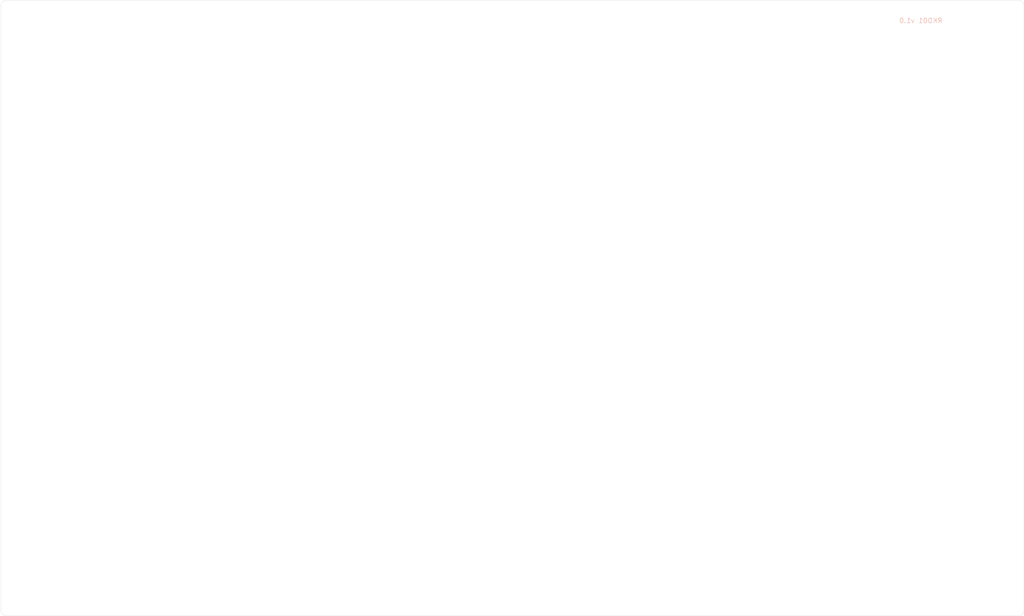
<source format=kicad_pcb>
(kicad_pcb (version 20240108) (generator "pcbnew") (generator_version "8.0")
  (layers (0 "F.Cu" signal) (31 "B.Cu" signal) (34 "B.Paste" user) (35 "F.Paste" user) (36 "B.SilkS" user "B.Silkscreen") (37 "F.SilkS" user "F.Silkscreen") (38 "B.Mask" user) (39 "F.Mask" user) (44 "Edge.Cuts" user))
  (net 0 "")
  (footprint "kbd_Hole:m2_Screw_Hole" (layer "F.Cu") (at 223.8375 23.8125)
    (property "Reference" "M2")
    (property "Value" "Mark")
    (pad "" np_thru_hole circle (at 0 0) (size 2.2 2.2) (drill 2.2) (layers "*.Cu" "*.Mask"))
  )
  (footprint "Rikkodo_FootPrint:rkd_Point_Hall" (layer "F.Cu") (at 30.95625 101.203125)
    (property "Reference" "Point1" (hide yes))
    (property "Value" "PointHall" (hide yes))
    (pad "" np_thru_hole circle (at -7.25 -12) (size 2.2 2.2) (drill 2.2) (layers "*.Cu" "*.Mask"))
    (pad "" np_thru_hole circle (at -7.25 12) (size 2.2 2.2) (drill 2.2) (layers "*.Cu" "*.Mask"))
    (pad "" np_thru_hole circle (at 7.25 -12) (size 2.2 2.2) (drill 2.2) (layers "*.Cu" "*.Mask"))
    (pad "" np_thru_hole circle (at 7.25 12) (size 2.2 2.2) (drill 2.2) (layers "*.Cu" "*.Mask"))
  )
  (footprint "kbd_Hole:m2_Screw_Hole" (layer "F.Cu") (at 59.53125 38.1)
    (property "Reference" "M9")
    (property "Value" "Mark")
    (pad "" np_thru_hole circle (at 0 0) (size 2.2 2.2) (drill 2.2) (layers "*.Cu" "*.Mask"))
  )
  (footprint "kbd_Hole:m2_Screw_Hole" (layer "F.Cu") (at 23.8125 47.625)
    (property "Reference" "M7")
    (property "Value" "Mark")
    (pad "" np_thru_hole circle (at 0 0) (size 2.2 2.2) (drill 2.2) (layers "*.Cu" "*.Mask"))
  )
  (footprint "kbd_Hole:m2_Screw_Hole" (layer "F.Cu") (at 83.34375 26.1937)
    (property "Reference" "M5")
    (property "Value" "Mark")
    (pad "" np_thru_hole circle (at 0 0) (size 2.2 2.2) (drill 2.2) (layers "*.Cu" "*.Mask"))
  )
  (footprint "kbd_Hole:m2_Screw_Hole" (layer "F.Cu") (at 226.2188 140.4937)
    (property "Reference" "M4")
    (property "Value" "Mark")
    (pad "" np_thru_hole circle (at 0 0) (size 2.2 2.2) (drill 2.2) (layers "*.Cu" "*.Mask"))
  )
  (footprint "kbd_Hole:m2_Screw_Hole" (layer "F.Cu") (at 83.34375 35.7187)
    (property "Reference" "M6")
    (property "Value" "Mark")
    (pad "" np_thru_hole circle (at 0 0) (size 2.2 2.2) (drill 2.2) (layers "*.Cu" "*.Mask"))
  )
  (footprint "kbd_Hole:m2_Screw_Hole" (layer "F.Cu") (at 92.86875 23.8125)
    (property "Reference" "M1")
    (property "Value" "Mark")
    (pad "" np_thru_hole circle (at 0 0) (size 2.2 2.2) (drill 2.2) (layers "*.Cu" "*.Mask"))
  )
  (footprint "kbd_Hole:m2_Screw_Hole" (layer "F.Cu") (at 59.53125 23.8125)
    (property "Reference" "M8")
    (property "Value" "Mark")
    (pad "" np_thru_hole circle (at 0 0) (size 2.2 2.2) (drill 2.2) (layers "*.Cu" "*.Mask"))
  )
  (footprint "kbd_Hole:m2_Screw_Hole" (layer "F.Cu") (at 26.1938 140.4937)
    (property "Reference" "M3")
    (property "Value" "Mark")
    (pad "" np_thru_hole circle (at 0 0) (size 2.2 2.2) (drill 2.2) (layers "*.Cu" "*.Mask"))
  )
  (gr_line (start 229.790625 145.25625) (end 22.621875 145.25625) (stroke (width 0.05)) (layer "Edge.Cuts"))
  (gr_line (start 21.43125 144.065625) (end 21.4313 20.240625) (stroke (width 0.05)) (layer "Edge.Cuts"))
  (gr_line (start 230.98125 20.240625) (end 230.98125 144.065625) (stroke (width 0.05)) (layer "Edge.Cuts"))
  (gr_arc (start 229.790625 19.05) (mid 230.632524 19.398726) (end 230.98125 20.240625) (stroke (width 0.05)) (layer "Edge.Cuts"))
  (gr_line (start 229.790625 19.05) (end 22.621875 19.05005) (stroke (width 0.05)) (layer "Edge.Cuts"))
  (gr_arc (start 21.4313 20.240625) (mid 21.780011 19.398761) (end 22.621875 19.05005) (stroke (width 0.05)) (layer "Edge.Cuts"))
  (gr_arc (start 230.98125 144.065625) (mid 230.632524 144.907524) (end 229.790625 145.25625) (stroke (width 0.05)) (layer "Edge.Cuts"))
  (gr_arc (start 22.621875 145.25625) (mid 21.779976 144.907524) (end 21.43125 144.065625) (stroke (width 0.05)) (layer "Edge.Cuts"))
  (gr_text "RKD01 v1.0" (at 214.3125 23.8125 0) (layer "B.SilkS") (effects (font (size 1 1) (thickness 0.1)) (justify left bottom mirror)))
)
</source>
